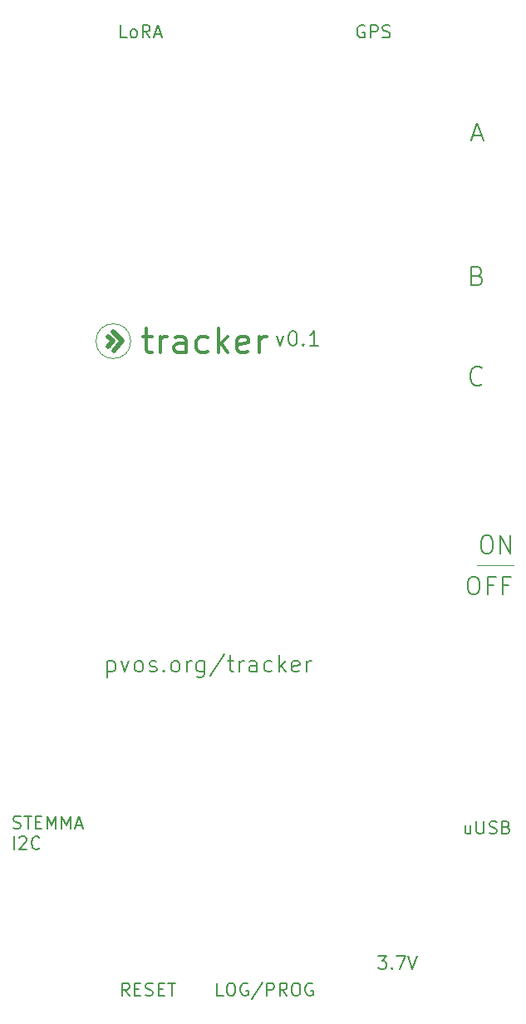
<source format=gbr>
%TF.GenerationSoftware,KiCad,Pcbnew,5.1.12-84ad8e8a86~92~ubuntu18.04.1*%
%TF.CreationDate,2022-01-08T13:00:48-05:00*%
%TF.ProjectId,remote,72656d6f-7465-42e6-9b69-6361645f7063,rev?*%
%TF.SameCoordinates,Original*%
%TF.FileFunction,Legend,Top*%
%TF.FilePolarity,Positive*%
%FSLAX46Y46*%
G04 Gerber Fmt 4.6, Leading zero omitted, Abs format (unit mm)*
G04 Created by KiCad (PCBNEW 5.1.12-84ad8e8a86~92~ubuntu18.04.1) date 2022-01-08 13:00:48*
%MOMM*%
%LPD*%
G01*
G04 APERTURE LIST*
%ADD10C,0.150000*%
%ADD11C,0.120000*%
%ADD12C,0.500000*%
%ADD13C,0.300000*%
%ADD14C,0.200000*%
G04 APERTURE END LIST*
D10*
X73420119Y-143251190D02*
X73605833Y-143313095D01*
X73915357Y-143313095D01*
X74039166Y-143251190D01*
X74101071Y-143189285D01*
X74162976Y-143065476D01*
X74162976Y-142941666D01*
X74101071Y-142817857D01*
X74039166Y-142755952D01*
X73915357Y-142694047D01*
X73667738Y-142632142D01*
X73543928Y-142570238D01*
X73482023Y-142508333D01*
X73420119Y-142384523D01*
X73420119Y-142260714D01*
X73482023Y-142136904D01*
X73543928Y-142075000D01*
X73667738Y-142013095D01*
X73977261Y-142013095D01*
X74162976Y-142075000D01*
X74534404Y-142013095D02*
X75277261Y-142013095D01*
X74905833Y-143313095D02*
X74905833Y-142013095D01*
X75710595Y-142632142D02*
X76143928Y-142632142D01*
X76329642Y-143313095D02*
X75710595Y-143313095D01*
X75710595Y-142013095D01*
X76329642Y-142013095D01*
X76886785Y-143313095D02*
X76886785Y-142013095D01*
X77320119Y-142941666D01*
X77753452Y-142013095D01*
X77753452Y-143313095D01*
X78372500Y-143313095D02*
X78372500Y-142013095D01*
X78805833Y-142941666D01*
X79239166Y-142013095D01*
X79239166Y-143313095D01*
X79796309Y-142941666D02*
X80415357Y-142941666D01*
X79672500Y-143313095D02*
X80105833Y-142013095D01*
X80539166Y-143313095D01*
X73482023Y-145413095D02*
X73482023Y-144113095D01*
X74039166Y-144236904D02*
X74101071Y-144175000D01*
X74224880Y-144113095D01*
X74534404Y-144113095D01*
X74658214Y-144175000D01*
X74720119Y-144236904D01*
X74782023Y-144360714D01*
X74782023Y-144484523D01*
X74720119Y-144670238D01*
X73977261Y-145413095D01*
X74782023Y-145413095D01*
X76082023Y-145289285D02*
X76020119Y-145351190D01*
X75834404Y-145413095D01*
X75710595Y-145413095D01*
X75524880Y-145351190D01*
X75401071Y-145227380D01*
X75339166Y-145103571D01*
X75277261Y-144855952D01*
X75277261Y-144670238D01*
X75339166Y-144422619D01*
X75401071Y-144298809D01*
X75524880Y-144175000D01*
X75710595Y-144113095D01*
X75834404Y-144113095D01*
X76020119Y-144175000D01*
X76082023Y-144236904D01*
X109196428Y-61500000D02*
X109072619Y-61438095D01*
X108886904Y-61438095D01*
X108701190Y-61500000D01*
X108577380Y-61623809D01*
X108515476Y-61747619D01*
X108453571Y-61995238D01*
X108453571Y-62180952D01*
X108515476Y-62428571D01*
X108577380Y-62552380D01*
X108701190Y-62676190D01*
X108886904Y-62738095D01*
X109010714Y-62738095D01*
X109196428Y-62676190D01*
X109258333Y-62614285D01*
X109258333Y-62180952D01*
X109010714Y-62180952D01*
X109815476Y-62738095D02*
X109815476Y-61438095D01*
X110310714Y-61438095D01*
X110434523Y-61500000D01*
X110496428Y-61561904D01*
X110558333Y-61685714D01*
X110558333Y-61871428D01*
X110496428Y-61995238D01*
X110434523Y-62057142D01*
X110310714Y-62119047D01*
X109815476Y-62119047D01*
X111053571Y-62676190D02*
X111239285Y-62738095D01*
X111548809Y-62738095D01*
X111672619Y-62676190D01*
X111734523Y-62614285D01*
X111796428Y-62490476D01*
X111796428Y-62366666D01*
X111734523Y-62242857D01*
X111672619Y-62180952D01*
X111548809Y-62119047D01*
X111301190Y-62057142D01*
X111177380Y-61995238D01*
X111115476Y-61933333D01*
X111053571Y-61809523D01*
X111053571Y-61685714D01*
X111115476Y-61561904D01*
X111177380Y-61500000D01*
X111301190Y-61438095D01*
X111610714Y-61438095D01*
X111796428Y-61500000D01*
X84982142Y-62738095D02*
X84363095Y-62738095D01*
X84363095Y-61438095D01*
X85601190Y-62738095D02*
X85477380Y-62676190D01*
X85415476Y-62614285D01*
X85353571Y-62490476D01*
X85353571Y-62119047D01*
X85415476Y-61995238D01*
X85477380Y-61933333D01*
X85601190Y-61871428D01*
X85786904Y-61871428D01*
X85910714Y-61933333D01*
X85972619Y-61995238D01*
X86034523Y-62119047D01*
X86034523Y-62490476D01*
X85972619Y-62614285D01*
X85910714Y-62676190D01*
X85786904Y-62738095D01*
X85601190Y-62738095D01*
X87334523Y-62738095D02*
X86901190Y-62119047D01*
X86591666Y-62738095D02*
X86591666Y-61438095D01*
X87086904Y-61438095D01*
X87210714Y-61500000D01*
X87272619Y-61561904D01*
X87334523Y-61685714D01*
X87334523Y-61871428D01*
X87272619Y-61995238D01*
X87210714Y-62057142D01*
X87086904Y-62119047D01*
X86591666Y-62119047D01*
X87829761Y-62366666D02*
X88448809Y-62366666D01*
X87705952Y-62738095D02*
X88139285Y-61438095D01*
X88572619Y-62738095D01*
X120003571Y-142971428D02*
X120003571Y-143838095D01*
X119446428Y-142971428D02*
X119446428Y-143652380D01*
X119508333Y-143776190D01*
X119632142Y-143838095D01*
X119817857Y-143838095D01*
X119941666Y-143776190D01*
X120003571Y-143714285D01*
X120622619Y-142538095D02*
X120622619Y-143590476D01*
X120684523Y-143714285D01*
X120746428Y-143776190D01*
X120870238Y-143838095D01*
X121117857Y-143838095D01*
X121241666Y-143776190D01*
X121303571Y-143714285D01*
X121365476Y-143590476D01*
X121365476Y-142538095D01*
X121922619Y-143776190D02*
X122108333Y-143838095D01*
X122417857Y-143838095D01*
X122541666Y-143776190D01*
X122603571Y-143714285D01*
X122665476Y-143590476D01*
X122665476Y-143466666D01*
X122603571Y-143342857D01*
X122541666Y-143280952D01*
X122417857Y-143219047D01*
X122170238Y-143157142D01*
X122046428Y-143095238D01*
X121984523Y-143033333D01*
X121922619Y-142909523D01*
X121922619Y-142785714D01*
X121984523Y-142661904D01*
X122046428Y-142600000D01*
X122170238Y-142538095D01*
X122479761Y-142538095D01*
X122665476Y-142600000D01*
X123655952Y-143157142D02*
X123841666Y-143219047D01*
X123903571Y-143280952D01*
X123965476Y-143404761D01*
X123965476Y-143590476D01*
X123903571Y-143714285D01*
X123841666Y-143776190D01*
X123717857Y-143838095D01*
X123222619Y-143838095D01*
X123222619Y-142538095D01*
X123655952Y-142538095D01*
X123779761Y-142600000D01*
X123841666Y-142661904D01*
X123903571Y-142785714D01*
X123903571Y-142909523D01*
X123841666Y-143033333D01*
X123779761Y-143095238D01*
X123655952Y-143157142D01*
X123222619Y-143157142D01*
D11*
X124350000Y-116450000D02*
X120625000Y-116450000D01*
D12*
X83050000Y-94200000D02*
X83550000Y-93650000D01*
X83050000Y-93200000D02*
X83550000Y-93650000D01*
D11*
X85385533Y-93650000D02*
G75*
G03*
X85385533Y-93650000I-1767767J0D01*
G01*
D10*
X100257142Y-93128571D02*
X100614285Y-94128571D01*
X100971428Y-93128571D01*
X101828571Y-92628571D02*
X101971428Y-92628571D01*
X102114285Y-92700000D01*
X102185714Y-92771428D01*
X102257142Y-92914285D01*
X102328571Y-93200000D01*
X102328571Y-93557142D01*
X102257142Y-93842857D01*
X102185714Y-93985714D01*
X102114285Y-94057142D01*
X101971428Y-94128571D01*
X101828571Y-94128571D01*
X101685714Y-94057142D01*
X101614285Y-93985714D01*
X101542857Y-93842857D01*
X101471428Y-93557142D01*
X101471428Y-93200000D01*
X101542857Y-92914285D01*
X101614285Y-92771428D01*
X101685714Y-92700000D01*
X101828571Y-92628571D01*
X102971428Y-93985714D02*
X103042857Y-94057142D01*
X102971428Y-94128571D01*
X102900000Y-94057142D01*
X102971428Y-93985714D01*
X102971428Y-94128571D01*
X104471428Y-94128571D02*
X103614285Y-94128571D01*
X104042857Y-94128571D02*
X104042857Y-92628571D01*
X103900000Y-92842857D01*
X103757142Y-92985714D01*
X103614285Y-93057142D01*
D12*
X83550000Y-92650000D02*
X84550000Y-93650000D01*
X83650000Y-94650000D02*
X84550000Y-93650000D01*
D13*
X86590476Y-93164285D02*
X87542857Y-93164285D01*
X86947619Y-92330952D02*
X86947619Y-94473809D01*
X87066666Y-94711904D01*
X87304761Y-94830952D01*
X87542857Y-94830952D01*
X88376190Y-94830952D02*
X88376190Y-93164285D01*
X88376190Y-93640476D02*
X88495238Y-93402380D01*
X88614285Y-93283333D01*
X88852380Y-93164285D01*
X89090476Y-93164285D01*
X90995238Y-94830952D02*
X90995238Y-93521428D01*
X90876190Y-93283333D01*
X90638095Y-93164285D01*
X90161904Y-93164285D01*
X89923809Y-93283333D01*
X90995238Y-94711904D02*
X90757142Y-94830952D01*
X90161904Y-94830952D01*
X89923809Y-94711904D01*
X89804761Y-94473809D01*
X89804761Y-94235714D01*
X89923809Y-93997619D01*
X90161904Y-93878571D01*
X90757142Y-93878571D01*
X90995238Y-93759523D01*
X93257142Y-94711904D02*
X93019047Y-94830952D01*
X92542857Y-94830952D01*
X92304761Y-94711904D01*
X92185714Y-94592857D01*
X92066666Y-94354761D01*
X92066666Y-93640476D01*
X92185714Y-93402380D01*
X92304761Y-93283333D01*
X92542857Y-93164285D01*
X93019047Y-93164285D01*
X93257142Y-93283333D01*
X94328571Y-94830952D02*
X94328571Y-92330952D01*
X94566666Y-93878571D02*
X95280952Y-94830952D01*
X95280952Y-93164285D02*
X94328571Y-94116666D01*
X97304761Y-94711904D02*
X97066666Y-94830952D01*
X96590476Y-94830952D01*
X96352380Y-94711904D01*
X96233333Y-94473809D01*
X96233333Y-93521428D01*
X96352380Y-93283333D01*
X96590476Y-93164285D01*
X97066666Y-93164285D01*
X97304761Y-93283333D01*
X97423809Y-93521428D01*
X97423809Y-93759523D01*
X96233333Y-93997619D01*
X98495238Y-94830952D02*
X98495238Y-93164285D01*
X98495238Y-93640476D02*
X98614285Y-93402380D01*
X98733333Y-93283333D01*
X98971428Y-93164285D01*
X99209523Y-93164285D01*
D14*
X83019047Y-126210714D02*
X83019047Y-127910714D01*
X83019047Y-126291666D02*
X83180952Y-126210714D01*
X83504761Y-126210714D01*
X83666666Y-126291666D01*
X83747619Y-126372619D01*
X83828571Y-126534523D01*
X83828571Y-127020238D01*
X83747619Y-127182142D01*
X83666666Y-127263095D01*
X83504761Y-127344047D01*
X83180952Y-127344047D01*
X83019047Y-127263095D01*
X84395238Y-126210714D02*
X84800000Y-127344047D01*
X85204761Y-126210714D01*
X86095238Y-127344047D02*
X85933333Y-127263095D01*
X85852380Y-127182142D01*
X85771428Y-127020238D01*
X85771428Y-126534523D01*
X85852380Y-126372619D01*
X85933333Y-126291666D01*
X86095238Y-126210714D01*
X86338095Y-126210714D01*
X86500000Y-126291666D01*
X86580952Y-126372619D01*
X86661904Y-126534523D01*
X86661904Y-127020238D01*
X86580952Y-127182142D01*
X86500000Y-127263095D01*
X86338095Y-127344047D01*
X86095238Y-127344047D01*
X87309523Y-127263095D02*
X87471428Y-127344047D01*
X87795238Y-127344047D01*
X87957142Y-127263095D01*
X88038095Y-127101190D01*
X88038095Y-127020238D01*
X87957142Y-126858333D01*
X87795238Y-126777380D01*
X87552380Y-126777380D01*
X87390476Y-126696428D01*
X87309523Y-126534523D01*
X87309523Y-126453571D01*
X87390476Y-126291666D01*
X87552380Y-126210714D01*
X87795238Y-126210714D01*
X87957142Y-126291666D01*
X88766666Y-127182142D02*
X88847619Y-127263095D01*
X88766666Y-127344047D01*
X88685714Y-127263095D01*
X88766666Y-127182142D01*
X88766666Y-127344047D01*
X89819047Y-127344047D02*
X89657142Y-127263095D01*
X89576190Y-127182142D01*
X89495238Y-127020238D01*
X89495238Y-126534523D01*
X89576190Y-126372619D01*
X89657142Y-126291666D01*
X89819047Y-126210714D01*
X90061904Y-126210714D01*
X90223809Y-126291666D01*
X90304761Y-126372619D01*
X90385714Y-126534523D01*
X90385714Y-127020238D01*
X90304761Y-127182142D01*
X90223809Y-127263095D01*
X90061904Y-127344047D01*
X89819047Y-127344047D01*
X91114285Y-127344047D02*
X91114285Y-126210714D01*
X91114285Y-126534523D02*
X91195238Y-126372619D01*
X91276190Y-126291666D01*
X91438095Y-126210714D01*
X91600000Y-126210714D01*
X92895238Y-126210714D02*
X92895238Y-127586904D01*
X92814285Y-127748809D01*
X92733333Y-127829761D01*
X92571428Y-127910714D01*
X92328571Y-127910714D01*
X92166666Y-127829761D01*
X92895238Y-127263095D02*
X92733333Y-127344047D01*
X92409523Y-127344047D01*
X92247619Y-127263095D01*
X92166666Y-127182142D01*
X92085714Y-127020238D01*
X92085714Y-126534523D01*
X92166666Y-126372619D01*
X92247619Y-126291666D01*
X92409523Y-126210714D01*
X92733333Y-126210714D01*
X92895238Y-126291666D01*
X94919047Y-125563095D02*
X93461904Y-127748809D01*
X95242857Y-126210714D02*
X95890476Y-126210714D01*
X95485714Y-125644047D02*
X95485714Y-127101190D01*
X95566666Y-127263095D01*
X95728571Y-127344047D01*
X95890476Y-127344047D01*
X96457142Y-127344047D02*
X96457142Y-126210714D01*
X96457142Y-126534523D02*
X96538095Y-126372619D01*
X96619047Y-126291666D01*
X96780952Y-126210714D01*
X96942857Y-126210714D01*
X98238095Y-127344047D02*
X98238095Y-126453571D01*
X98157142Y-126291666D01*
X97995238Y-126210714D01*
X97671428Y-126210714D01*
X97509523Y-126291666D01*
X98238095Y-127263095D02*
X98076190Y-127344047D01*
X97671428Y-127344047D01*
X97509523Y-127263095D01*
X97428571Y-127101190D01*
X97428571Y-126939285D01*
X97509523Y-126777380D01*
X97671428Y-126696428D01*
X98076190Y-126696428D01*
X98238095Y-126615476D01*
X99776190Y-127263095D02*
X99614285Y-127344047D01*
X99290476Y-127344047D01*
X99128571Y-127263095D01*
X99047619Y-127182142D01*
X98966666Y-127020238D01*
X98966666Y-126534523D01*
X99047619Y-126372619D01*
X99128571Y-126291666D01*
X99290476Y-126210714D01*
X99614285Y-126210714D01*
X99776190Y-126291666D01*
X100504761Y-127344047D02*
X100504761Y-125644047D01*
X100666666Y-126696428D02*
X101152380Y-127344047D01*
X101152380Y-126210714D02*
X100504761Y-126858333D01*
X102528571Y-127263095D02*
X102366666Y-127344047D01*
X102042857Y-127344047D01*
X101880952Y-127263095D01*
X101800000Y-127101190D01*
X101800000Y-126453571D01*
X101880952Y-126291666D01*
X102042857Y-126210714D01*
X102366666Y-126210714D01*
X102528571Y-126291666D01*
X102609523Y-126453571D01*
X102609523Y-126615476D01*
X101800000Y-126777380D01*
X103338095Y-127344047D02*
X103338095Y-126210714D01*
X103338095Y-126534523D02*
X103419047Y-126372619D01*
X103500000Y-126291666D01*
X103661904Y-126210714D01*
X103823809Y-126210714D01*
D10*
X94809523Y-160338095D02*
X94190476Y-160338095D01*
X94190476Y-159038095D01*
X95490476Y-159038095D02*
X95738095Y-159038095D01*
X95861904Y-159100000D01*
X95985714Y-159223809D01*
X96047619Y-159471428D01*
X96047619Y-159904761D01*
X95985714Y-160152380D01*
X95861904Y-160276190D01*
X95738095Y-160338095D01*
X95490476Y-160338095D01*
X95366666Y-160276190D01*
X95242857Y-160152380D01*
X95180952Y-159904761D01*
X95180952Y-159471428D01*
X95242857Y-159223809D01*
X95366666Y-159100000D01*
X95490476Y-159038095D01*
X97285714Y-159100000D02*
X97161904Y-159038095D01*
X96976190Y-159038095D01*
X96790476Y-159100000D01*
X96666666Y-159223809D01*
X96604761Y-159347619D01*
X96542857Y-159595238D01*
X96542857Y-159780952D01*
X96604761Y-160028571D01*
X96666666Y-160152380D01*
X96790476Y-160276190D01*
X96976190Y-160338095D01*
X97100000Y-160338095D01*
X97285714Y-160276190D01*
X97347619Y-160214285D01*
X97347619Y-159780952D01*
X97100000Y-159780952D01*
X98833333Y-158976190D02*
X97719047Y-160647619D01*
X99266666Y-160338095D02*
X99266666Y-159038095D01*
X99761904Y-159038095D01*
X99885714Y-159100000D01*
X99947619Y-159161904D01*
X100009523Y-159285714D01*
X100009523Y-159471428D01*
X99947619Y-159595238D01*
X99885714Y-159657142D01*
X99761904Y-159719047D01*
X99266666Y-159719047D01*
X101309523Y-160338095D02*
X100876190Y-159719047D01*
X100566666Y-160338095D02*
X100566666Y-159038095D01*
X101061904Y-159038095D01*
X101185714Y-159100000D01*
X101247619Y-159161904D01*
X101309523Y-159285714D01*
X101309523Y-159471428D01*
X101247619Y-159595238D01*
X101185714Y-159657142D01*
X101061904Y-159719047D01*
X100566666Y-159719047D01*
X102114285Y-159038095D02*
X102361904Y-159038095D01*
X102485714Y-159100000D01*
X102609523Y-159223809D01*
X102671428Y-159471428D01*
X102671428Y-159904761D01*
X102609523Y-160152380D01*
X102485714Y-160276190D01*
X102361904Y-160338095D01*
X102114285Y-160338095D01*
X101990476Y-160276190D01*
X101866666Y-160152380D01*
X101804761Y-159904761D01*
X101804761Y-159471428D01*
X101866666Y-159223809D01*
X101990476Y-159100000D01*
X102114285Y-159038095D01*
X103909523Y-159100000D02*
X103785714Y-159038095D01*
X103600000Y-159038095D01*
X103414285Y-159100000D01*
X103290476Y-159223809D01*
X103228571Y-159347619D01*
X103166666Y-159595238D01*
X103166666Y-159780952D01*
X103228571Y-160028571D01*
X103290476Y-160152380D01*
X103414285Y-160276190D01*
X103600000Y-160338095D01*
X103723809Y-160338095D01*
X103909523Y-160276190D01*
X103971428Y-160214285D01*
X103971428Y-159780952D01*
X103723809Y-159780952D01*
X120227380Y-72700000D02*
X121179761Y-72700000D01*
X120036904Y-73214285D02*
X120703571Y-71414285D01*
X121370237Y-73214285D01*
X120717857Y-86971428D02*
X121003571Y-87057142D01*
X121098809Y-87142857D01*
X121194047Y-87314285D01*
X121194047Y-87571428D01*
X121098809Y-87742857D01*
X121003571Y-87828571D01*
X120813095Y-87914285D01*
X120051190Y-87914285D01*
X120051190Y-86114285D01*
X120717857Y-86114285D01*
X120908333Y-86200000D01*
X121003571Y-86285714D01*
X121098809Y-86457142D01*
X121098809Y-86628571D01*
X121003571Y-86800000D01*
X120908333Y-86885714D01*
X120717857Y-86971428D01*
X120051190Y-86971428D01*
X121194047Y-98014285D02*
X121098809Y-98109523D01*
X120813095Y-98204761D01*
X120622619Y-98204761D01*
X120336904Y-98109523D01*
X120146428Y-97919047D01*
X120051190Y-97728571D01*
X119955952Y-97347619D01*
X119955952Y-97061904D01*
X120051190Y-96680952D01*
X120146428Y-96490476D01*
X120336904Y-96300000D01*
X120622619Y-96204761D01*
X120813095Y-96204761D01*
X121098809Y-96300000D01*
X121194047Y-96395238D01*
D14*
X120185714Y-117614285D02*
X120528571Y-117614285D01*
X120700000Y-117700000D01*
X120871428Y-117871428D01*
X120957142Y-118214285D01*
X120957142Y-118814285D01*
X120871428Y-119157142D01*
X120700000Y-119328571D01*
X120528571Y-119414285D01*
X120185714Y-119414285D01*
X120014285Y-119328571D01*
X119842857Y-119157142D01*
X119757142Y-118814285D01*
X119757142Y-118214285D01*
X119842857Y-117871428D01*
X120014285Y-117700000D01*
X120185714Y-117614285D01*
X122328571Y-118471428D02*
X121728571Y-118471428D01*
X121728571Y-119414285D02*
X121728571Y-117614285D01*
X122585714Y-117614285D01*
X123871428Y-118471428D02*
X123271428Y-118471428D01*
X123271428Y-119414285D02*
X123271428Y-117614285D01*
X124128571Y-117614285D01*
X121485714Y-113464285D02*
X121828571Y-113464285D01*
X122000000Y-113550000D01*
X122171428Y-113721428D01*
X122257142Y-114064285D01*
X122257142Y-114664285D01*
X122171428Y-115007142D01*
X122000000Y-115178571D01*
X121828571Y-115264285D01*
X121485714Y-115264285D01*
X121314285Y-115178571D01*
X121142857Y-115007142D01*
X121057142Y-114664285D01*
X121057142Y-114064285D01*
X121142857Y-113721428D01*
X121314285Y-113550000D01*
X121485714Y-113464285D01*
X123028571Y-115264285D02*
X123028571Y-113464285D01*
X124057142Y-115264285D01*
X124057142Y-113464285D01*
D10*
X85236904Y-160338095D02*
X84803571Y-159719047D01*
X84494047Y-160338095D02*
X84494047Y-159038095D01*
X84989285Y-159038095D01*
X85113095Y-159100000D01*
X85175000Y-159161904D01*
X85236904Y-159285714D01*
X85236904Y-159471428D01*
X85175000Y-159595238D01*
X85113095Y-159657142D01*
X84989285Y-159719047D01*
X84494047Y-159719047D01*
X85794047Y-159657142D02*
X86227380Y-159657142D01*
X86413095Y-160338095D02*
X85794047Y-160338095D01*
X85794047Y-159038095D01*
X86413095Y-159038095D01*
X86908333Y-160276190D02*
X87094047Y-160338095D01*
X87403571Y-160338095D01*
X87527380Y-160276190D01*
X87589285Y-160214285D01*
X87651190Y-160090476D01*
X87651190Y-159966666D01*
X87589285Y-159842857D01*
X87527380Y-159780952D01*
X87403571Y-159719047D01*
X87155952Y-159657142D01*
X87032142Y-159595238D01*
X86970238Y-159533333D01*
X86908333Y-159409523D01*
X86908333Y-159285714D01*
X86970238Y-159161904D01*
X87032142Y-159100000D01*
X87155952Y-159038095D01*
X87465476Y-159038095D01*
X87651190Y-159100000D01*
X88208333Y-159657142D02*
X88641666Y-159657142D01*
X88827380Y-160338095D02*
X88208333Y-160338095D01*
X88208333Y-159038095D01*
X88827380Y-159038095D01*
X89198809Y-159038095D02*
X89941666Y-159038095D01*
X89570238Y-160338095D02*
X89570238Y-159038095D01*
X110630952Y-156288095D02*
X111435714Y-156288095D01*
X111002380Y-156783333D01*
X111188095Y-156783333D01*
X111311904Y-156845238D01*
X111373809Y-156907142D01*
X111435714Y-157030952D01*
X111435714Y-157340476D01*
X111373809Y-157464285D01*
X111311904Y-157526190D01*
X111188095Y-157588095D01*
X110816666Y-157588095D01*
X110692857Y-157526190D01*
X110630952Y-157464285D01*
X111992857Y-157464285D02*
X112054761Y-157526190D01*
X111992857Y-157588095D01*
X111930952Y-157526190D01*
X111992857Y-157464285D01*
X111992857Y-157588095D01*
X112488095Y-156288095D02*
X113354761Y-156288095D01*
X112797619Y-157588095D01*
X113664285Y-156288095D02*
X114097619Y-157588095D01*
X114530952Y-156288095D01*
M02*

</source>
